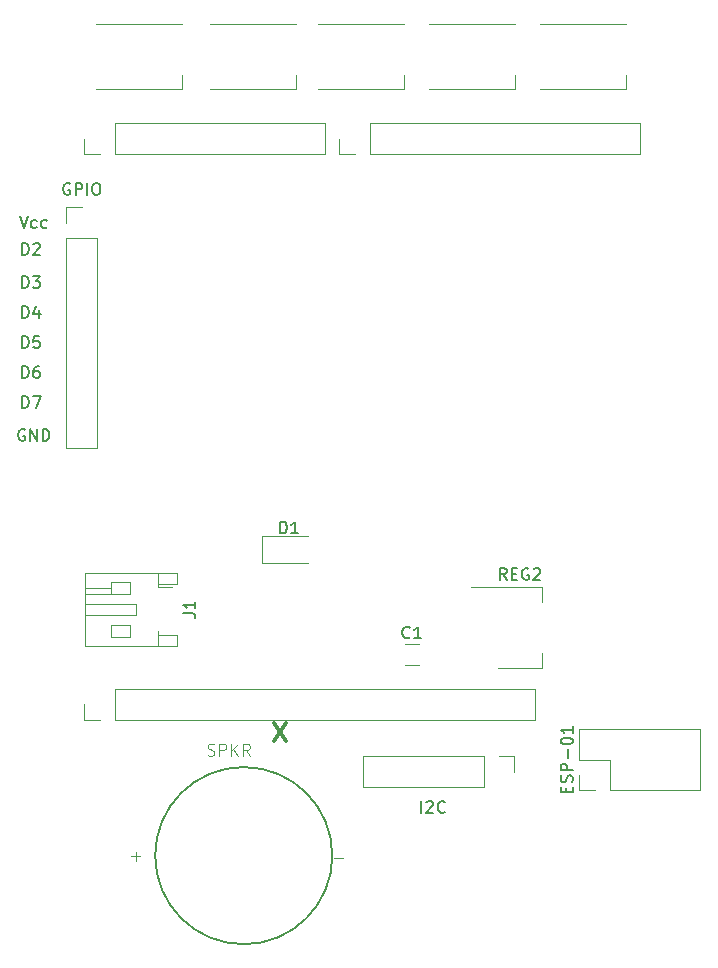
<source format=gbr>
G04 #@! TF.GenerationSoftware,KiCad,Pcbnew,(5.1.2-1)-1*
G04 #@! TF.CreationDate,2019-10-09T15:23:33+01:00*
G04 #@! TF.ProjectId,PixlVBoard,5069786c-5642-46f6-9172-642e6b696361,rev?*
G04 #@! TF.SameCoordinates,Original*
G04 #@! TF.FileFunction,Legend,Top*
G04 #@! TF.FilePolarity,Positive*
%FSLAX46Y46*%
G04 Gerber Fmt 4.6, Leading zero omitted, Abs format (unit mm)*
G04 Created by KiCad (PCBNEW (5.1.2-1)-1) date 2019-10-09 15:23:33*
%MOMM*%
%LPD*%
G04 APERTURE LIST*
%ADD10C,0.150000*%
%ADD11C,0.300000*%
%ADD12C,0.127000*%
%ADD13C,0.120000*%
%ADD14C,0.050000*%
G04 APERTURE END LIST*
D10*
X160551904Y-89707980D02*
X160551904Y-88707980D01*
X160790000Y-88707980D01*
X160932857Y-88755600D01*
X161028095Y-88850838D01*
X161075714Y-88946076D01*
X161123333Y-89136552D01*
X161123333Y-89279409D01*
X161075714Y-89469885D01*
X161028095Y-89565123D01*
X160932857Y-89660361D01*
X160790000Y-89707980D01*
X160551904Y-89707980D01*
X161456666Y-88707980D02*
X162123333Y-88707980D01*
X161694761Y-89707980D01*
X160551904Y-87167980D02*
X160551904Y-86167980D01*
X160790000Y-86167980D01*
X160932857Y-86215600D01*
X161028095Y-86310838D01*
X161075714Y-86406076D01*
X161123333Y-86596552D01*
X161123333Y-86739409D01*
X161075714Y-86929885D01*
X161028095Y-87025123D01*
X160932857Y-87120361D01*
X160790000Y-87167980D01*
X160551904Y-87167980D01*
X161980476Y-86167980D02*
X161790000Y-86167980D01*
X161694761Y-86215600D01*
X161647142Y-86263219D01*
X161551904Y-86406076D01*
X161504285Y-86596552D01*
X161504285Y-86977504D01*
X161551904Y-87072742D01*
X161599523Y-87120361D01*
X161694761Y-87167980D01*
X161885238Y-87167980D01*
X161980476Y-87120361D01*
X162028095Y-87072742D01*
X162075714Y-86977504D01*
X162075714Y-86739409D01*
X162028095Y-86644171D01*
X161980476Y-86596552D01*
X161885238Y-86548933D01*
X161694761Y-86548933D01*
X161599523Y-86596552D01*
X161551904Y-86644171D01*
X161504285Y-86739409D01*
X160551904Y-84627980D02*
X160551904Y-83627980D01*
X160790000Y-83627980D01*
X160932857Y-83675600D01*
X161028095Y-83770838D01*
X161075714Y-83866076D01*
X161123333Y-84056552D01*
X161123333Y-84199409D01*
X161075714Y-84389885D01*
X161028095Y-84485123D01*
X160932857Y-84580361D01*
X160790000Y-84627980D01*
X160551904Y-84627980D01*
X162028095Y-83627980D02*
X161551904Y-83627980D01*
X161504285Y-84104171D01*
X161551904Y-84056552D01*
X161647142Y-84008933D01*
X161885238Y-84008933D01*
X161980476Y-84056552D01*
X162028095Y-84104171D01*
X162075714Y-84199409D01*
X162075714Y-84437504D01*
X162028095Y-84532742D01*
X161980476Y-84580361D01*
X161885238Y-84627980D01*
X161647142Y-84627980D01*
X161551904Y-84580361D01*
X161504285Y-84532742D01*
X160551904Y-82087980D02*
X160551904Y-81087980D01*
X160790000Y-81087980D01*
X160932857Y-81135600D01*
X161028095Y-81230838D01*
X161075714Y-81326076D01*
X161123333Y-81516552D01*
X161123333Y-81659409D01*
X161075714Y-81849885D01*
X161028095Y-81945123D01*
X160932857Y-82040361D01*
X160790000Y-82087980D01*
X160551904Y-82087980D01*
X161980476Y-81421314D02*
X161980476Y-82087980D01*
X161742380Y-81040361D02*
X161504285Y-81754647D01*
X162123333Y-81754647D01*
X160551904Y-79547980D02*
X160551904Y-78547980D01*
X160790000Y-78547980D01*
X160932857Y-78595600D01*
X161028095Y-78690838D01*
X161075714Y-78786076D01*
X161123333Y-78976552D01*
X161123333Y-79119409D01*
X161075714Y-79309885D01*
X161028095Y-79405123D01*
X160932857Y-79500361D01*
X160790000Y-79547980D01*
X160551904Y-79547980D01*
X161456666Y-78547980D02*
X162075714Y-78547980D01*
X161742380Y-78928933D01*
X161885238Y-78928933D01*
X161980476Y-78976552D01*
X162028095Y-79024171D01*
X162075714Y-79119409D01*
X162075714Y-79357504D01*
X162028095Y-79452742D01*
X161980476Y-79500361D01*
X161885238Y-79547980D01*
X161599523Y-79547980D01*
X161504285Y-79500361D01*
X161456666Y-79452742D01*
X160551904Y-76753980D02*
X160551904Y-75753980D01*
X160790000Y-75753980D01*
X160932857Y-75801600D01*
X161028095Y-75896838D01*
X161075714Y-75992076D01*
X161123333Y-76182552D01*
X161123333Y-76325409D01*
X161075714Y-76515885D01*
X161028095Y-76611123D01*
X160932857Y-76706361D01*
X160790000Y-76753980D01*
X160551904Y-76753980D01*
X161504285Y-75849219D02*
X161551904Y-75801600D01*
X161647142Y-75753980D01*
X161885238Y-75753980D01*
X161980476Y-75801600D01*
X162028095Y-75849219D01*
X162075714Y-75944457D01*
X162075714Y-76039695D01*
X162028095Y-76182552D01*
X161456666Y-76753980D01*
X162075714Y-76753980D01*
X160782095Y-91549600D02*
X160686857Y-91501980D01*
X160544000Y-91501980D01*
X160401142Y-91549600D01*
X160305904Y-91644838D01*
X160258285Y-91740076D01*
X160210666Y-91930552D01*
X160210666Y-92073409D01*
X160258285Y-92263885D01*
X160305904Y-92359123D01*
X160401142Y-92454361D01*
X160544000Y-92501980D01*
X160639238Y-92501980D01*
X160782095Y-92454361D01*
X160829714Y-92406742D01*
X160829714Y-92073409D01*
X160639238Y-92073409D01*
X161258285Y-92501980D02*
X161258285Y-91501980D01*
X161829714Y-92501980D01*
X161829714Y-91501980D01*
X162305904Y-92501980D02*
X162305904Y-91501980D01*
X162544000Y-91501980D01*
X162686857Y-91549600D01*
X162782095Y-91644838D01*
X162829714Y-91740076D01*
X162877333Y-91930552D01*
X162877333Y-92073409D01*
X162829714Y-92263885D01*
X162782095Y-92359123D01*
X162686857Y-92454361D01*
X162544000Y-92501980D01*
X162305904Y-92501980D01*
X160353523Y-73467980D02*
X160686857Y-74467980D01*
X161020190Y-73467980D01*
X161782095Y-74420361D02*
X161686857Y-74467980D01*
X161496380Y-74467980D01*
X161401142Y-74420361D01*
X161353523Y-74372742D01*
X161305904Y-74277504D01*
X161305904Y-73991790D01*
X161353523Y-73896552D01*
X161401142Y-73848933D01*
X161496380Y-73801314D01*
X161686857Y-73801314D01*
X161782095Y-73848933D01*
X162639238Y-74420361D02*
X162544000Y-74467980D01*
X162353523Y-74467980D01*
X162258285Y-74420361D01*
X162210666Y-74372742D01*
X162163047Y-74277504D01*
X162163047Y-73991790D01*
X162210666Y-73896552D01*
X162258285Y-73848933D01*
X162353523Y-73801314D01*
X162544000Y-73801314D01*
X162639238Y-73848933D01*
D11*
X181872000Y-116374171D02*
X182872000Y-117874171D01*
X182872000Y-116374171D02*
X181872000Y-117874171D01*
D12*
X186824000Y-127609600D02*
G75*
G03X186824000Y-127609600I-7500000J0D01*
G01*
D13*
X164278000Y-72685600D02*
X165608000Y-72685600D01*
X164278000Y-74015600D02*
X164278000Y-72685600D01*
X164278000Y-75285600D02*
X166938000Y-75285600D01*
X166938000Y-75285600D02*
X166938000Y-93125600D01*
X164278000Y-75285600D02*
X164278000Y-93125600D01*
X164278000Y-93125600D02*
X166938000Y-93125600D01*
X202244000Y-119167600D02*
X202244000Y-120497600D01*
X200914000Y-119167600D02*
X202244000Y-119167600D01*
X199644000Y-119167600D02*
X199644000Y-121827600D01*
X199644000Y-121827600D02*
X189424000Y-121827600D01*
X199644000Y-119167600D02*
X189424000Y-119167600D01*
X189424000Y-119167600D02*
X189424000Y-121827600D01*
X217992000Y-122081600D02*
X217992000Y-116881600D01*
X210312000Y-122081600D02*
X217992000Y-122081600D01*
X207712000Y-116881600D02*
X217992000Y-116881600D01*
X210312000Y-122081600D02*
X210312000Y-119481600D01*
X210312000Y-119481600D02*
X207712000Y-119481600D01*
X207712000Y-119481600D02*
X207712000Y-116881600D01*
X209042000Y-122081600D02*
X207712000Y-122081600D01*
X207712000Y-122081600D02*
X207712000Y-120751600D01*
X180849000Y-102836600D02*
X184734000Y-102836600D01*
X180849000Y-100566600D02*
X180849000Y-102836600D01*
X184734000Y-100566600D02*
X180849000Y-100566600D01*
X192945936Y-109681600D02*
X194150064Y-109681600D01*
X192945936Y-111501600D02*
X194150064Y-111501600D01*
X198592000Y-104895600D02*
X204602000Y-104895600D01*
X200842000Y-111715600D02*
X204602000Y-111715600D01*
X204602000Y-104895600D02*
X204602000Y-106155600D01*
X204602000Y-111715600D02*
X204602000Y-110455600D01*
X165802000Y-116138000D02*
X165802000Y-114808000D01*
X167132000Y-116138000D02*
X165802000Y-116138000D01*
X168402000Y-116138000D02*
X168402000Y-113478000D01*
X168402000Y-113478000D02*
X204022000Y-113478000D01*
X168402000Y-116138000D02*
X204022000Y-116138000D01*
X204022000Y-116138000D02*
X204022000Y-113478000D01*
X172072000Y-104905600D02*
X173287000Y-104905600D01*
X168112000Y-104965600D02*
X165852000Y-104965600D01*
X168112000Y-105465600D02*
X165852000Y-105465600D01*
X169712000Y-108065600D02*
X169712000Y-109065600D01*
X168112000Y-108065600D02*
X169712000Y-108065600D01*
X168112000Y-109065600D02*
X168112000Y-108065600D01*
X169712000Y-109065600D02*
X168112000Y-109065600D01*
X169712000Y-105465600D02*
X169712000Y-104465600D01*
X168112000Y-105465600D02*
X169712000Y-105465600D01*
X168112000Y-104465600D02*
X168112000Y-105465600D01*
X169712000Y-104465600D02*
X168112000Y-104465600D01*
X172072000Y-109825600D02*
X172072000Y-108905600D01*
X172072000Y-103705600D02*
X172072000Y-104625600D01*
X170212000Y-107265600D02*
X165852000Y-107265600D01*
X170212000Y-106265600D02*
X170212000Y-107265600D01*
X165852000Y-106265600D02*
X170212000Y-106265600D01*
X172072000Y-108905600D02*
X172072000Y-108625600D01*
X173672000Y-108905600D02*
X172072000Y-108905600D01*
X173672000Y-109825600D02*
X173672000Y-108905600D01*
X165852000Y-109825600D02*
X173672000Y-109825600D01*
X165852000Y-103705600D02*
X165852000Y-109825600D01*
X173672000Y-103705600D02*
X165852000Y-103705600D01*
X173672000Y-104625600D02*
X173672000Y-103705600D01*
X172072000Y-104625600D02*
X173672000Y-104625600D01*
X172072000Y-104905600D02*
X172072000Y-104625600D01*
X166784000Y-57194000D02*
X174084000Y-57194000D01*
X166784000Y-62694000D02*
X174084000Y-62694000D01*
X174084000Y-62694000D02*
X174084000Y-61544000D01*
X204376000Y-57194000D02*
X211676000Y-57194000D01*
X204376000Y-62694000D02*
X211676000Y-62694000D01*
X211676000Y-62694000D02*
X211676000Y-61544000D01*
X194978000Y-57194000D02*
X202278000Y-57194000D01*
X194978000Y-62694000D02*
X202278000Y-62694000D01*
X202278000Y-62694000D02*
X202278000Y-61544000D01*
X185580000Y-57194000D02*
X192880000Y-57194000D01*
X185580000Y-62694000D02*
X192880000Y-62694000D01*
X192880000Y-62694000D02*
X192880000Y-61544000D01*
X183736000Y-62694000D02*
X183736000Y-61544000D01*
X176436000Y-62694000D02*
X183736000Y-62694000D01*
X176436000Y-57194000D02*
X183736000Y-57194000D01*
X186242000Y-68233600D02*
X186242000Y-65573600D01*
X168402000Y-68233600D02*
X186242000Y-68233600D01*
X168402000Y-65573600D02*
X186242000Y-65573600D01*
X168402000Y-68233600D02*
X168402000Y-65573600D01*
X167132000Y-68233600D02*
X165802000Y-68233600D01*
X165802000Y-68233600D02*
X165802000Y-66903600D01*
X187392000Y-68233600D02*
X187392000Y-66903600D01*
X188722000Y-68233600D02*
X187392000Y-68233600D01*
X189992000Y-68233600D02*
X189992000Y-65573600D01*
X189992000Y-65573600D02*
X212912000Y-65573600D01*
X189992000Y-68233600D02*
X212912000Y-68233600D01*
X212912000Y-68233600D02*
X212912000Y-65573600D01*
D14*
X176259427Y-119099765D02*
X176402698Y-119147522D01*
X176641484Y-119147522D01*
X176736998Y-119099765D01*
X176784755Y-119052008D01*
X176832512Y-118956494D01*
X176832512Y-118860980D01*
X176784755Y-118765465D01*
X176736998Y-118717708D01*
X176641484Y-118669951D01*
X176450455Y-118622194D01*
X176354941Y-118574437D01*
X176307184Y-118526680D01*
X176259427Y-118431165D01*
X176259427Y-118335651D01*
X176307184Y-118240137D01*
X176354941Y-118192380D01*
X176450455Y-118144622D01*
X176689241Y-118144622D01*
X176832512Y-118192380D01*
X177262327Y-119147522D02*
X177262327Y-118144622D01*
X177644384Y-118144622D01*
X177739898Y-118192380D01*
X177787655Y-118240137D01*
X177835412Y-118335651D01*
X177835412Y-118478922D01*
X177787655Y-118574437D01*
X177739898Y-118622194D01*
X177644384Y-118669951D01*
X177262327Y-118669951D01*
X178265227Y-119147522D02*
X178265227Y-118144622D01*
X178838312Y-119147522D02*
X178408498Y-118574437D01*
X178838312Y-118144622D02*
X178265227Y-118717708D01*
X179841212Y-119147522D02*
X179506912Y-118669951D01*
X179268127Y-119147522D02*
X179268127Y-118144622D01*
X179650184Y-118144622D01*
X179745698Y-118192380D01*
X179793455Y-118240137D01*
X179841212Y-118335651D01*
X179841212Y-118478922D01*
X179793455Y-118574437D01*
X179745698Y-118622194D01*
X179650184Y-118669951D01*
X179268127Y-118669951D01*
X186973587Y-127808211D02*
X187735492Y-127808211D01*
X169805577Y-127681028D02*
X170567482Y-127681028D01*
X170186530Y-128061980D02*
X170186530Y-127300076D01*
D10*
X164608000Y-70721600D02*
X164512761Y-70673980D01*
X164369904Y-70673980D01*
X164227047Y-70721600D01*
X164131809Y-70816838D01*
X164084190Y-70912076D01*
X164036571Y-71102552D01*
X164036571Y-71245409D01*
X164084190Y-71435885D01*
X164131809Y-71531123D01*
X164227047Y-71626361D01*
X164369904Y-71673980D01*
X164465142Y-71673980D01*
X164608000Y-71626361D01*
X164655619Y-71578742D01*
X164655619Y-71245409D01*
X164465142Y-71245409D01*
X165084190Y-71673980D02*
X165084190Y-70673980D01*
X165465142Y-70673980D01*
X165560380Y-70721600D01*
X165608000Y-70769219D01*
X165655619Y-70864457D01*
X165655619Y-71007314D01*
X165608000Y-71102552D01*
X165560380Y-71150171D01*
X165465142Y-71197790D01*
X165084190Y-71197790D01*
X166084190Y-71673980D02*
X166084190Y-70673980D01*
X166750857Y-70673980D02*
X166941333Y-70673980D01*
X167036571Y-70721600D01*
X167131809Y-70816838D01*
X167179428Y-71007314D01*
X167179428Y-71340647D01*
X167131809Y-71531123D01*
X167036571Y-71626361D01*
X166941333Y-71673980D01*
X166750857Y-71673980D01*
X166655619Y-71626361D01*
X166560380Y-71531123D01*
X166512761Y-71340647D01*
X166512761Y-71007314D01*
X166560380Y-70816838D01*
X166655619Y-70721600D01*
X166750857Y-70673980D01*
X194349809Y-123997980D02*
X194349809Y-122997980D01*
X194778380Y-123093219D02*
X194826000Y-123045600D01*
X194921238Y-122997980D01*
X195159333Y-122997980D01*
X195254571Y-123045600D01*
X195302190Y-123093219D01*
X195349809Y-123188457D01*
X195349809Y-123283695D01*
X195302190Y-123426552D01*
X194730761Y-123997980D01*
X195349809Y-123997980D01*
X196349809Y-123902742D02*
X196302190Y-123950361D01*
X196159333Y-123997980D01*
X196064095Y-123997980D01*
X195921238Y-123950361D01*
X195826000Y-123855123D01*
X195778380Y-123759885D01*
X195730761Y-123569409D01*
X195730761Y-123426552D01*
X195778380Y-123236076D01*
X195826000Y-123140838D01*
X195921238Y-123045600D01*
X196064095Y-122997980D01*
X196159333Y-122997980D01*
X196302190Y-123045600D01*
X196349809Y-123093219D01*
X206640571Y-122243504D02*
X206640571Y-121910171D01*
X207164380Y-121767314D02*
X207164380Y-122243504D01*
X206164380Y-122243504D01*
X206164380Y-121767314D01*
X207116761Y-121386361D02*
X207164380Y-121243504D01*
X207164380Y-121005409D01*
X207116761Y-120910171D01*
X207069142Y-120862552D01*
X206973904Y-120814933D01*
X206878666Y-120814933D01*
X206783428Y-120862552D01*
X206735809Y-120910171D01*
X206688190Y-121005409D01*
X206640571Y-121195885D01*
X206592952Y-121291123D01*
X206545333Y-121338742D01*
X206450095Y-121386361D01*
X206354857Y-121386361D01*
X206259619Y-121338742D01*
X206212000Y-121291123D01*
X206164380Y-121195885D01*
X206164380Y-120957790D01*
X206212000Y-120814933D01*
X207164380Y-120386361D02*
X206164380Y-120386361D01*
X206164380Y-120005409D01*
X206212000Y-119910171D01*
X206259619Y-119862552D01*
X206354857Y-119814933D01*
X206497714Y-119814933D01*
X206592952Y-119862552D01*
X206640571Y-119910171D01*
X206688190Y-120005409D01*
X206688190Y-120386361D01*
X206783428Y-119386361D02*
X206783428Y-118624457D01*
X206164380Y-117957790D02*
X206164380Y-117862552D01*
X206212000Y-117767314D01*
X206259619Y-117719695D01*
X206354857Y-117672076D01*
X206545333Y-117624457D01*
X206783428Y-117624457D01*
X206973904Y-117672076D01*
X207069142Y-117719695D01*
X207116761Y-117767314D01*
X207164380Y-117862552D01*
X207164380Y-117957790D01*
X207116761Y-118053028D01*
X207069142Y-118100647D01*
X206973904Y-118148266D01*
X206783428Y-118195885D01*
X206545333Y-118195885D01*
X206354857Y-118148266D01*
X206259619Y-118100647D01*
X206212000Y-118053028D01*
X206164380Y-117957790D01*
X207164380Y-116672076D02*
X207164380Y-117243504D01*
X207164380Y-116957790D02*
X206164380Y-116957790D01*
X206307238Y-117053028D01*
X206402476Y-117148266D01*
X206450095Y-117243504D01*
X182395904Y-100333980D02*
X182395904Y-99333980D01*
X182634000Y-99333980D01*
X182776857Y-99381600D01*
X182872095Y-99476838D01*
X182919714Y-99572076D01*
X182967333Y-99762552D01*
X182967333Y-99905409D01*
X182919714Y-100095885D01*
X182872095Y-100191123D01*
X182776857Y-100286361D01*
X182634000Y-100333980D01*
X182395904Y-100333980D01*
X183919714Y-100333980D02*
X183348285Y-100333980D01*
X183634000Y-100333980D02*
X183634000Y-99333980D01*
X183538761Y-99476838D01*
X183443523Y-99572076D01*
X183348285Y-99619695D01*
X193381333Y-109128742D02*
X193333714Y-109176361D01*
X193190857Y-109223980D01*
X193095619Y-109223980D01*
X192952761Y-109176361D01*
X192857523Y-109081123D01*
X192809904Y-108985885D01*
X192762285Y-108795409D01*
X192762285Y-108652552D01*
X192809904Y-108462076D01*
X192857523Y-108366838D01*
X192952761Y-108271600D01*
X193095619Y-108223980D01*
X193190857Y-108223980D01*
X193333714Y-108271600D01*
X193381333Y-108319219D01*
X194333714Y-109223980D02*
X193762285Y-109223980D01*
X194048000Y-109223980D02*
X194048000Y-108223980D01*
X193952761Y-108366838D01*
X193857523Y-108462076D01*
X193762285Y-108509695D01*
X201572952Y-104257980D02*
X201239619Y-103781790D01*
X201001523Y-104257980D02*
X201001523Y-103257980D01*
X201382476Y-103257980D01*
X201477714Y-103305600D01*
X201525333Y-103353219D01*
X201572952Y-103448457D01*
X201572952Y-103591314D01*
X201525333Y-103686552D01*
X201477714Y-103734171D01*
X201382476Y-103781790D01*
X201001523Y-103781790D01*
X202001523Y-103734171D02*
X202334857Y-103734171D01*
X202477714Y-104257980D02*
X202001523Y-104257980D01*
X202001523Y-103257980D01*
X202477714Y-103257980D01*
X203430095Y-103305600D02*
X203334857Y-103257980D01*
X203192000Y-103257980D01*
X203049142Y-103305600D01*
X202953904Y-103400838D01*
X202906285Y-103496076D01*
X202858666Y-103686552D01*
X202858666Y-103829409D01*
X202906285Y-104019885D01*
X202953904Y-104115123D01*
X203049142Y-104210361D01*
X203192000Y-104257980D01*
X203287238Y-104257980D01*
X203430095Y-104210361D01*
X203477714Y-104162742D01*
X203477714Y-103829409D01*
X203287238Y-103829409D01*
X203858666Y-103353219D02*
X203906285Y-103305600D01*
X204001523Y-103257980D01*
X204239619Y-103257980D01*
X204334857Y-103305600D01*
X204382476Y-103353219D01*
X204430095Y-103448457D01*
X204430095Y-103543695D01*
X204382476Y-103686552D01*
X203811047Y-104257980D01*
X204430095Y-104257980D01*
X174214380Y-107098933D02*
X174928666Y-107098933D01*
X175071523Y-107146552D01*
X175166761Y-107241790D01*
X175214380Y-107384647D01*
X175214380Y-107479885D01*
X175214380Y-106098933D02*
X175214380Y-106670361D01*
X175214380Y-106384647D02*
X174214380Y-106384647D01*
X174357238Y-106479885D01*
X174452476Y-106575123D01*
X174500095Y-106670361D01*
M02*

</source>
